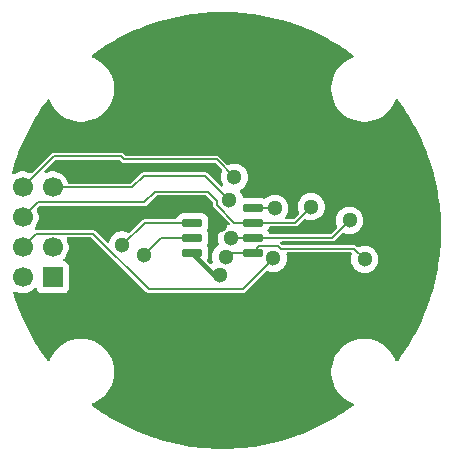
<source format=gbr>
%TF.GenerationSoftware,KiCad,Pcbnew,9.0.6+1*%
%TF.CreationDate,Date%
%TF.ProjectId,kibot-test-cicd,6b69626f-742d-4746-9573-742d63696364,0.1.0+ (Unreleased)*%
%TF.SameCoordinates,Original*%
%TF.FileFunction,Copper,L2,Bot*%
%TF.FilePolarity,Positive*%
%FSLAX46Y46*%
G04 Gerber Fmt 4.6, Leading zero omitted, Abs format (unit mm)*
G04 Created by KiCad*
%MOMM*%
%LPD*%
G01*
G04 APERTURE LIST*
G04 Aperture macros list*
%AMRoundRect*
0 Rectangle with rounded corners*
0 $1 Rounding radius*
0 $2 $3 $4 $5 $6 $7 $8 $9 X,Y pos of 4 corners*
0 Add a 4 corners polygon primitive as box body*
4,1,4,$2,$3,$4,$5,$6,$7,$8,$9,$2,$3,0*
0 Add four circle primitives for the rounded corners*
1,1,$1+$1,$2,$3*
1,1,$1+$1,$4,$5*
1,1,$1+$1,$6,$7*
1,1,$1+$1,$8,$9*
0 Add four rect primitives between the rounded corners*
20,1,$1+$1,$2,$3,$4,$5,0*
20,1,$1+$1,$4,$5,$6,$7,0*
20,1,$1+$1,$6,$7,$8,$9,0*
20,1,$1+$1,$8,$9,$2,$3,0*%
G04 Aperture macros list end*
%TA.AperFunction,ComponentPad*%
%ADD10R,1.700000X1.700000*%
%TD*%
%TA.AperFunction,ComponentPad*%
%ADD11C,1.700000*%
%TD*%
%TA.AperFunction,SMDPad,CuDef*%
%ADD12RoundRect,0.150000X-0.725000X-0.150000X0.725000X-0.150000X0.725000X0.150000X-0.725000X0.150000X0*%
%TD*%
%TA.AperFunction,ViaPad*%
%ADD13C,1.300000*%
%TD*%
%TA.AperFunction,Conductor*%
%ADD14C,0.400000*%
%TD*%
%TA.AperFunction,Conductor*%
%ADD15C,0.200000*%
%TD*%
G04 APERTURE END LIST*
D10*
%TO.P,J1,1,Pin_1*%
%TO.N,out_sel*%
X134112000Y-93980000D03*
D11*
%TO.P,J1,2,Pin_2*%
%TO.N,mode*%
X131572000Y-93980000D03*
%TO.P,J1,3,Pin_3*%
%TO.N,+3V3*%
X134112000Y-91440000D03*
%TO.P,J1,4,Pin_4*%
%TO.N,push*%
X131572000Y-91440000D03*
%TO.P,J1,5,Pin_5*%
%TO.N,GND*%
X134112000Y-88900000D03*
%TO.P,J1,6,Pin_6*%
%TO.N,SDA-A*%
X131572000Y-88900000D03*
%TO.P,J1,7,Pin_7*%
%TO.N,SCL-B*%
X134112000Y-86360000D03*
%TO.P,J1,8,Pin_8*%
%TO.N,Z-CS*%
X131572000Y-86360000D03*
%TD*%
D12*
%TO.P,U1,1,VDD*%
%TO.N,+3V3*%
X145925000Y-91905000D03*
%TO.P,U1,2,MODE*%
%TO.N,mode*%
X145925000Y-90635000D03*
%TO.P,U1,3,OUT*%
%TO.N,out_sel*%
X145925000Y-89365000D03*
%TO.P,U1,4,GND*%
%TO.N,GND*%
X145925000Y-88095000D03*
%TO.P,U1,5,PUSH*%
%TO.N,push*%
X151075000Y-88095000D03*
%TO.P,U1,6,A*%
%TO.N,SDA-A*%
X151075000Y-89365000D03*
%TO.P,U1,7,B*%
%TO.N,SCL-B*%
X151075000Y-90635000D03*
%TO.P,U1,8,Z*%
%TO.N,Z-CS*%
X151075000Y-91905000D03*
%TD*%
D13*
%TO.N,GND*%
X155750000Y-93000000D03*
X148234258Y-89515216D03*
X139500000Y-84746000D03*
X162500000Y-93750000D03*
X137000000Y-92750000D03*
X152750000Y-97750000D03*
%TO.N,+3V3*%
X148250000Y-93750000D03*
%TO.N,out_sel*%
X140000000Y-91250000D03*
%TO.N,SDA-A*%
X156000000Y-88000000D03*
%TO.N,mode*%
X141842000Y-92092000D03*
%TO.N,push*%
X152908000Y-88138000D03*
X152789891Y-92368000D03*
%TO.N,SCL-B*%
X149250000Y-90678000D03*
X159250000Y-89154000D03*
X149069532Y-87430468D03*
%TO.N,Z-CS*%
X148750000Y-92250000D03*
X160528000Y-92456000D03*
X149500000Y-85500000D03*
%TD*%
D14*
%TO.N,+3V3*%
X145925000Y-91905000D02*
X147770000Y-93750000D01*
X147770000Y-93750000D02*
X148250000Y-93750000D01*
D15*
%TO.N,out_sel*%
X145925000Y-89365000D02*
X141885000Y-89365000D01*
X141885000Y-89365000D02*
X140000000Y-91250000D01*
%TO.N,SDA-A*%
X151075000Y-89365000D02*
X154635000Y-89365000D01*
X149499229Y-89365000D02*
X147983880Y-87849651D01*
X132842000Y-87630000D02*
X131572000Y-88900000D01*
X147983880Y-87507076D02*
X147226804Y-86750000D01*
X142750000Y-86750000D02*
X141870000Y-87630000D01*
X141870000Y-87630000D02*
X132842000Y-87630000D01*
X147983880Y-87849651D02*
X147983880Y-87507076D01*
X154635000Y-89365000D02*
X156000000Y-88000000D01*
X147226804Y-86750000D02*
X142750000Y-86750000D01*
X151075000Y-89365000D02*
X149499229Y-89365000D01*
%TO.N,mode*%
X145925000Y-90635000D02*
X143299000Y-90635000D01*
X143299000Y-90635000D02*
X141842000Y-92092000D01*
%TO.N,push*%
X142244000Y-95000000D02*
X150188000Y-95000000D01*
X137533000Y-90289000D02*
X142244000Y-95000000D01*
X131572000Y-91440000D02*
X132723000Y-90289000D01*
X132723000Y-90289000D02*
X137533000Y-90289000D01*
X150188000Y-95000000D02*
X152789891Y-92398109D01*
X151075000Y-88095000D02*
X152865000Y-88095000D01*
X152789891Y-92398109D02*
X152789891Y-92368000D01*
X152865000Y-88095000D02*
X152908000Y-88138000D01*
%TO.N,SCL-B*%
X149293000Y-90635000D02*
X149250000Y-90678000D01*
X151075000Y-90635000D02*
X149293000Y-90635000D01*
X151075000Y-90635000D02*
X157769000Y-90635000D01*
X134112000Y-86360000D02*
X140842129Y-86360000D01*
X140842129Y-86360000D02*
X141834129Y-85368000D01*
X141834129Y-85368000D02*
X147007065Y-85368000D01*
X147007065Y-85368000D02*
X149069532Y-87430468D01*
X157769000Y-90635000D02*
X159250000Y-89154000D01*
%TO.N,Z-CS*%
X131572000Y-86360000D02*
X134190000Y-83742000D01*
X153205762Y-91364000D02*
X153413066Y-91571304D01*
X151616000Y-91364000D02*
X153205762Y-91364000D01*
X151075000Y-91905000D02*
X151616000Y-91364000D01*
X159643304Y-91571304D02*
X160528000Y-92456000D01*
X153413066Y-91571304D02*
X159643304Y-91571304D01*
X149095000Y-91905000D02*
X148750000Y-92250000D01*
X151075000Y-91905000D02*
X149095000Y-91905000D01*
X134190000Y-83742000D02*
X139915871Y-83742000D01*
X148000000Y-84000000D02*
X149500000Y-85500000D01*
X139915871Y-83742000D02*
X140173871Y-84000000D01*
X140173871Y-84000000D02*
X148000000Y-84000000D01*
%TD*%
%TA.AperFunction,Conductor*%
%TO.N,GND*%
G36*
X148883582Y-71503489D02*
G01*
X148886114Y-71503541D01*
X149268403Y-71515475D01*
X149270842Y-71515578D01*
X149652715Y-71535458D01*
X149655241Y-71535616D01*
X150036594Y-71563435D01*
X150039069Y-71563641D01*
X150419864Y-71599397D01*
X150422277Y-71599649D01*
X150802196Y-71643313D01*
X150804682Y-71643625D01*
X151183618Y-71695185D01*
X151186102Y-71695549D01*
X151563778Y-71754966D01*
X151566321Y-71755393D01*
X151942726Y-71822660D01*
X151945162Y-71823121D01*
X152320109Y-71898210D01*
X152322628Y-71898742D01*
X152695890Y-71981604D01*
X152698310Y-71982168D01*
X153069845Y-72072798D01*
X153072308Y-72073427D01*
X153423535Y-72166886D01*
X153441754Y-72171734D01*
X153444239Y-72172423D01*
X153571569Y-72209156D01*
X153811649Y-72278419D01*
X153813996Y-72279122D01*
X154179116Y-72392738D01*
X154181571Y-72393530D01*
X154544230Y-72514710D01*
X154546557Y-72515515D01*
X154867718Y-72630311D01*
X154906633Y-72644221D01*
X154909052Y-72645114D01*
X155266359Y-72781277D01*
X155268699Y-72782197D01*
X155623135Y-72925779D01*
X155625384Y-72926718D01*
X155976742Y-73077637D01*
X155979057Y-73078660D01*
X156327187Y-73236851D01*
X156329525Y-73237943D01*
X156674220Y-73403308D01*
X156676477Y-73404420D01*
X157017757Y-73576971D01*
X157019962Y-73578115D01*
X157357534Y-73757706D01*
X157359741Y-73758909D01*
X157693520Y-73945492D01*
X157695737Y-73946762D01*
X158025524Y-74140227D01*
X158027736Y-74141556D01*
X158353427Y-74341839D01*
X158355556Y-74343179D01*
X158677033Y-74550209D01*
X158679165Y-74551614D01*
X158996215Y-74765254D01*
X158998325Y-74766708D01*
X159310964Y-74986968D01*
X159312953Y-74988402D01*
X159463899Y-75099517D01*
X159547248Y-75160872D01*
X159589568Y-75216467D01*
X159595112Y-75286117D01*
X159562121Y-75347707D01*
X159514693Y-75377774D01*
X159426613Y-75408594D01*
X159426606Y-75408597D01*
X159143213Y-75545072D01*
X158876878Y-75712422D01*
X158630956Y-75908538D01*
X158408538Y-76130956D01*
X158212422Y-76376878D01*
X158045072Y-76643213D01*
X157908598Y-76926604D01*
X157804711Y-77223498D01*
X157804710Y-77223500D01*
X157734718Y-77530156D01*
X157734716Y-77530172D01*
X157699500Y-77842722D01*
X157699500Y-78157277D01*
X157734716Y-78469827D01*
X157734718Y-78469843D01*
X157804710Y-78776499D01*
X157804711Y-78776501D01*
X157908598Y-79073395D01*
X158045072Y-79356786D01*
X158045074Y-79356789D01*
X158212423Y-79623123D01*
X158408539Y-79869044D01*
X158630956Y-80091461D01*
X158876877Y-80287577D01*
X159143211Y-80454926D01*
X159426606Y-80591402D01*
X159723500Y-80695289D01*
X160030160Y-80765282D01*
X160342723Y-80800499D01*
X160342724Y-80800500D01*
X160342727Y-80800500D01*
X160657276Y-80800500D01*
X160657276Y-80800499D01*
X160969840Y-80765282D01*
X161276500Y-80695289D01*
X161573394Y-80591402D01*
X161856789Y-80454926D01*
X162123123Y-80287577D01*
X162369044Y-80091461D01*
X162591461Y-79869044D01*
X162787577Y-79623123D01*
X162954926Y-79356789D01*
X163091402Y-79073394D01*
X163122208Y-78985354D01*
X163128137Y-78977087D01*
X163130277Y-78967140D01*
X163148155Y-78949177D01*
X163162928Y-78928580D01*
X163172387Y-78924829D01*
X163179565Y-78917619D01*
X163204317Y-78912172D01*
X163227881Y-78902832D01*
X163237865Y-78904791D01*
X163247803Y-78902605D01*
X163271573Y-78911407D01*
X163296442Y-78916288D01*
X163305526Y-78923980D01*
X163313325Y-78926868D01*
X163338340Y-78951765D01*
X163398294Y-79031461D01*
X163399810Y-79033521D01*
X163623288Y-79343818D01*
X163624665Y-79345772D01*
X163841686Y-79660721D01*
X163843086Y-79662799D01*
X164053432Y-79982077D01*
X164054829Y-79984246D01*
X164258494Y-80307843D01*
X164259845Y-80310041D01*
X164456708Y-80637763D01*
X164457991Y-80639949D01*
X164648053Y-80971797D01*
X164649276Y-80973986D01*
X164832333Y-81309609D01*
X164833545Y-81311886D01*
X165009601Y-81651284D01*
X165010765Y-81653586D01*
X165179722Y-81996569D01*
X165180838Y-81998895D01*
X165342634Y-82345347D01*
X165343673Y-82347634D01*
X165498208Y-82697334D01*
X165499226Y-82699704D01*
X165646453Y-83052541D01*
X165647422Y-83054933D01*
X165787265Y-83410730D01*
X165788184Y-83413140D01*
X165920624Y-83771846D01*
X165921492Y-83774276D01*
X166046419Y-84135598D01*
X166047237Y-84138045D01*
X166164615Y-84501873D01*
X166165381Y-84504336D01*
X166275175Y-84870560D01*
X166275890Y-84873038D01*
X166378045Y-85241481D01*
X166378708Y-85243974D01*
X166473161Y-85614403D01*
X166473773Y-85616909D01*
X166560514Y-85989282D01*
X166561073Y-85991801D01*
X166640040Y-86365862D01*
X166640547Y-86368392D01*
X166711727Y-86744080D01*
X166712180Y-86746619D01*
X166775515Y-87123621D01*
X166775916Y-87126170D01*
X166831398Y-87504433D01*
X166831746Y-87506989D01*
X166879346Y-87886325D01*
X166879641Y-87888888D01*
X166919344Y-88269168D01*
X166919585Y-88271736D01*
X166951364Y-88652716D01*
X166951552Y-88655290D01*
X166975400Y-89036882D01*
X166975534Y-89039458D01*
X166991439Y-89421466D01*
X166991519Y-89424044D01*
X166999472Y-89806252D01*
X166999499Y-89808832D01*
X166999499Y-90191167D01*
X166999472Y-90193747D01*
X166991519Y-90575955D01*
X166991439Y-90578533D01*
X166975534Y-90960541D01*
X166975400Y-90963117D01*
X166951552Y-91344709D01*
X166951364Y-91347283D01*
X166919585Y-91728263D01*
X166919344Y-91730831D01*
X166879641Y-92111111D01*
X166879346Y-92113674D01*
X166831746Y-92493010D01*
X166831398Y-92495566D01*
X166775916Y-92873829D01*
X166775515Y-92876378D01*
X166712180Y-93253380D01*
X166711727Y-93255919D01*
X166640547Y-93631607D01*
X166640040Y-93634137D01*
X166561073Y-94008198D01*
X166560514Y-94010717D01*
X166473773Y-94383090D01*
X166473161Y-94385596D01*
X166378708Y-94756025D01*
X166378045Y-94758518D01*
X166275890Y-95126961D01*
X166275175Y-95129439D01*
X166165381Y-95495663D01*
X166164615Y-95498126D01*
X166047237Y-95861954D01*
X166046419Y-95864401D01*
X165921492Y-96225723D01*
X165920624Y-96228153D01*
X165788184Y-96586859D01*
X165787265Y-96589269D01*
X165647422Y-96945066D01*
X165646453Y-96947458D01*
X165499226Y-97300295D01*
X165498208Y-97302665D01*
X165343673Y-97652365D01*
X165342606Y-97654714D01*
X165180838Y-98001104D01*
X165179722Y-98003430D01*
X165010765Y-98346413D01*
X165009601Y-98348715D01*
X164833545Y-98688113D01*
X164832333Y-98690390D01*
X164649276Y-99026013D01*
X164648030Y-99028242D01*
X164529775Y-99234716D01*
X164458013Y-99360012D01*
X164456708Y-99362236D01*
X164259845Y-99689958D01*
X164258494Y-99692156D01*
X164054829Y-100015753D01*
X164053432Y-100017922D01*
X163843086Y-100337200D01*
X163841656Y-100339322D01*
X163624696Y-100654182D01*
X163623239Y-100656251D01*
X163399823Y-100966461D01*
X163398294Y-100968538D01*
X163338340Y-101048234D01*
X163282308Y-101089973D01*
X163212605Y-101094793D01*
X163151361Y-101061163D01*
X163122207Y-101014643D01*
X163091402Y-100926606D01*
X162954926Y-100643211D01*
X162787577Y-100376877D01*
X162591461Y-100130956D01*
X162369044Y-99908539D01*
X162123123Y-99712423D01*
X161856789Y-99545074D01*
X161856786Y-99545072D01*
X161573395Y-99408598D01*
X161276501Y-99304711D01*
X161276499Y-99304710D01*
X160969843Y-99234718D01*
X160969827Y-99234716D01*
X160657277Y-99199500D01*
X160657273Y-99199500D01*
X160342727Y-99199500D01*
X160342722Y-99199500D01*
X160030172Y-99234716D01*
X160030156Y-99234718D01*
X159723500Y-99304710D01*
X159723498Y-99304711D01*
X159426604Y-99408598D01*
X159143213Y-99545072D01*
X158876878Y-99712422D01*
X158630956Y-99908538D01*
X158408538Y-100130956D01*
X158212422Y-100376878D01*
X158045072Y-100643213D01*
X157908598Y-100926604D01*
X157804711Y-101223498D01*
X157804710Y-101223500D01*
X157734718Y-101530156D01*
X157734716Y-101530172D01*
X157699500Y-101842722D01*
X157699500Y-102157277D01*
X157734716Y-102469827D01*
X157734718Y-102469843D01*
X157804710Y-102776499D01*
X157804711Y-102776501D01*
X157908598Y-103073395D01*
X158045072Y-103356786D01*
X158045074Y-103356789D01*
X158212423Y-103623123D01*
X158408539Y-103869044D01*
X158630956Y-104091461D01*
X158876877Y-104287577D01*
X159143211Y-104454926D01*
X159426606Y-104591402D01*
X159514693Y-104622224D01*
X159571468Y-104662945D01*
X159597216Y-104727898D01*
X159583760Y-104796460D01*
X159547248Y-104839127D01*
X159313006Y-105011559D01*
X159310913Y-105013067D01*
X158998340Y-105233281D01*
X158996215Y-105234745D01*
X158679165Y-105448385D01*
X158677011Y-105449804D01*
X158355583Y-105656803D01*
X158353400Y-105658177D01*
X158027736Y-105858443D01*
X158025524Y-105859772D01*
X157695737Y-106053237D01*
X157693499Y-106054519D01*
X157359799Y-106241058D01*
X157357534Y-106242293D01*
X157020004Y-106421862D01*
X157017714Y-106423050D01*
X156676505Y-106595565D01*
X156674190Y-106596705D01*
X156329524Y-106762056D01*
X156327187Y-106763148D01*
X155979057Y-106921339D01*
X155976698Y-106922381D01*
X155625468Y-107073246D01*
X155623086Y-107074240D01*
X155268730Y-107217790D01*
X155266329Y-107218734D01*
X154909052Y-107354885D01*
X154906633Y-107355778D01*
X154546612Y-107484465D01*
X154544173Y-107485308D01*
X154181571Y-107606469D01*
X154179116Y-107607261D01*
X153814071Y-107720854D01*
X153811599Y-107721595D01*
X153444239Y-107827576D01*
X153441754Y-107828265D01*
X153072327Y-107926567D01*
X153069827Y-107927205D01*
X152698356Y-108017820D01*
X152695843Y-108018405D01*
X152322633Y-108101256D01*
X152320109Y-108101789D01*
X151945211Y-108176868D01*
X151942676Y-108177348D01*
X151566321Y-108244606D01*
X151563778Y-108245033D01*
X151186137Y-108304444D01*
X151183584Y-108304819D01*
X150804719Y-108356369D01*
X150802159Y-108356690D01*
X150422354Y-108400342D01*
X150419788Y-108400610D01*
X150039116Y-108436354D01*
X150036545Y-108436568D01*
X149655265Y-108464381D01*
X149652691Y-108464542D01*
X149270913Y-108484418D01*
X149268335Y-108484526D01*
X148886137Y-108496457D01*
X148883558Y-108496510D01*
X148501290Y-108500487D01*
X148498710Y-108500487D01*
X148116441Y-108496510D01*
X148113862Y-108496457D01*
X147731664Y-108484526D01*
X147729086Y-108484418D01*
X147347308Y-108464542D01*
X147344734Y-108464381D01*
X146963454Y-108436568D01*
X146960883Y-108436354D01*
X146580211Y-108400610D01*
X146577645Y-108400342D01*
X146197840Y-108356690D01*
X146195280Y-108356369D01*
X145816415Y-108304819D01*
X145813862Y-108304444D01*
X145436221Y-108245033D01*
X145433678Y-108244606D01*
X145057323Y-108177348D01*
X145054788Y-108176868D01*
X144679890Y-108101789D01*
X144677366Y-108101256D01*
X144304156Y-108018405D01*
X144301643Y-108017820D01*
X143930172Y-107927205D01*
X143927672Y-107926567D01*
X143558245Y-107828265D01*
X143555760Y-107827576D01*
X143188400Y-107721595D01*
X143185942Y-107720858D01*
X143114083Y-107698497D01*
X142820883Y-107607261D01*
X142818428Y-107606469D01*
X142455826Y-107485308D01*
X142453387Y-107484465D01*
X142093366Y-107355778D01*
X142090947Y-107354885D01*
X141733670Y-107218734D01*
X141731269Y-107217790D01*
X141376913Y-107074240D01*
X141374567Y-107073261D01*
X141023301Y-106922381D01*
X141020942Y-106921339D01*
X140672812Y-106763148D01*
X140670475Y-106762056D01*
X140325809Y-106596705D01*
X140323494Y-106595565D01*
X139982285Y-106423050D01*
X139979995Y-106421862D01*
X139642465Y-106242293D01*
X139640225Y-106241071D01*
X139306500Y-106054519D01*
X139304262Y-106053237D01*
X138974475Y-105859772D01*
X138972263Y-105858443D01*
X138646599Y-105658177D01*
X138644416Y-105656803D01*
X138322988Y-105449804D01*
X138320834Y-105448385D01*
X138003784Y-105234745D01*
X138001659Y-105233281D01*
X137964897Y-105207381D01*
X137689053Y-105013043D01*
X137687028Y-105011584D01*
X137452749Y-104839126D01*
X137410430Y-104783532D01*
X137404886Y-104713883D01*
X137437877Y-104652292D01*
X137485304Y-104622225D01*
X137548582Y-104600083D01*
X137573392Y-104591403D01*
X137573392Y-104591402D01*
X137573394Y-104591402D01*
X137856789Y-104454926D01*
X138123123Y-104287577D01*
X138369044Y-104091461D01*
X138591461Y-103869044D01*
X138787577Y-103623123D01*
X138954926Y-103356789D01*
X139091402Y-103073394D01*
X139195289Y-102776500D01*
X139265282Y-102469840D01*
X139300500Y-102157273D01*
X139300500Y-101842727D01*
X139265282Y-101530160D01*
X139195289Y-101223500D01*
X139091402Y-100926606D01*
X138954926Y-100643211D01*
X138787577Y-100376877D01*
X138591461Y-100130956D01*
X138369044Y-99908539D01*
X138123123Y-99712423D01*
X137856789Y-99545074D01*
X137856786Y-99545072D01*
X137573395Y-99408598D01*
X137276501Y-99304711D01*
X137276499Y-99304710D01*
X136969843Y-99234718D01*
X136969827Y-99234716D01*
X136657277Y-99199500D01*
X136657273Y-99199500D01*
X136342727Y-99199500D01*
X136342722Y-99199500D01*
X136030172Y-99234716D01*
X136030156Y-99234718D01*
X135723500Y-99304710D01*
X135723498Y-99304711D01*
X135426604Y-99408598D01*
X135143213Y-99545072D01*
X134876878Y-99712422D01*
X134630956Y-99908538D01*
X134408538Y-100130956D01*
X134212422Y-100376878D01*
X134045072Y-100643213D01*
X133908597Y-100926606D01*
X133908594Y-100926613D01*
X133877791Y-101014644D01*
X133871861Y-101022911D01*
X133869722Y-101032859D01*
X133851840Y-101050824D01*
X133837069Y-101071420D01*
X133827610Y-101075169D01*
X133820434Y-101082380D01*
X133795680Y-101087826D01*
X133772117Y-101097167D01*
X133762133Y-101095207D01*
X133752196Y-101097394D01*
X133728427Y-101088592D01*
X133703555Y-101083711D01*
X133694469Y-101076017D01*
X133686674Y-101073131D01*
X133661659Y-101048234D01*
X133601705Y-100968538D01*
X133600200Y-100966494D01*
X133376697Y-100656161D01*
X133375347Y-100654246D01*
X133158298Y-100339257D01*
X133156913Y-100337200D01*
X132946567Y-100017922D01*
X132945170Y-100015753D01*
X132877691Y-99908538D01*
X132741471Y-99692101D01*
X132740189Y-99690015D01*
X132543275Y-99362209D01*
X132542025Y-99360079D01*
X132351928Y-99028170D01*
X132350754Y-99026069D01*
X132167666Y-98690390D01*
X132166454Y-98688113D01*
X131990398Y-98348715D01*
X131989234Y-98346413D01*
X131820277Y-98003430D01*
X131819180Y-98001145D01*
X131657345Y-97654609D01*
X131656358Y-97652435D01*
X131501775Y-97302628D01*
X131500773Y-97300295D01*
X131353527Y-96947413D01*
X131352595Y-96945112D01*
X131212718Y-96589228D01*
X131211815Y-96586859D01*
X131079359Y-96228109D01*
X131078523Y-96225770D01*
X130953571Y-95864376D01*
X130952790Y-95862038D01*
X130835373Y-95498090D01*
X130834618Y-95495664D01*
X130834618Y-95495663D01*
X130784943Y-95329972D01*
X130784547Y-95260106D01*
X130821988Y-95201114D01*
X130885378Y-95171729D01*
X130954591Y-95181280D01*
X130960016Y-95183880D01*
X130967207Y-95187544D01*
X131053588Y-95231557D01*
X131255757Y-95297246D01*
X131465713Y-95330500D01*
X131465714Y-95330500D01*
X131678286Y-95330500D01*
X131678287Y-95330500D01*
X131888243Y-95297246D01*
X132090412Y-95231557D01*
X132279816Y-95135051D01*
X132451792Y-95010104D01*
X132565329Y-94896566D01*
X132626648Y-94863084D01*
X132696340Y-94868068D01*
X132752274Y-94909939D01*
X132769189Y-94940917D01*
X132818202Y-95072328D01*
X132818206Y-95072335D01*
X132904452Y-95187544D01*
X132904455Y-95187547D01*
X133019664Y-95273793D01*
X133019671Y-95273797D01*
X133154517Y-95324091D01*
X133154516Y-95324091D01*
X133161444Y-95324835D01*
X133214127Y-95330500D01*
X135009872Y-95330499D01*
X135069483Y-95324091D01*
X135204331Y-95273796D01*
X135319546Y-95187546D01*
X135405796Y-95072331D01*
X135456091Y-94937483D01*
X135462500Y-94877873D01*
X135462499Y-93082128D01*
X135456091Y-93022517D01*
X135454810Y-93019083D01*
X135405797Y-92887671D01*
X135405793Y-92887664D01*
X135319547Y-92772455D01*
X135319544Y-92772452D01*
X135204335Y-92686206D01*
X135204328Y-92686202D01*
X135072917Y-92637189D01*
X135016983Y-92595318D01*
X134992566Y-92529853D01*
X135007418Y-92461580D01*
X135028563Y-92433332D01*
X135142104Y-92319792D01*
X135145297Y-92315398D01*
X135225408Y-92205133D01*
X135267051Y-92147816D01*
X135363557Y-91958412D01*
X135429246Y-91756243D01*
X135462500Y-91546287D01*
X135462500Y-91333713D01*
X135429246Y-91123757D01*
X135363557Y-90921588D01*
X135286215Y-90769795D01*
X135273319Y-90701125D01*
X135299595Y-90636385D01*
X135356702Y-90596128D01*
X135396700Y-90589500D01*
X137357167Y-90589500D01*
X137424206Y-90609185D01*
X137444848Y-90625819D01*
X142003540Y-95184511D01*
X142059489Y-95240460D01*
X142059491Y-95240461D01*
X142059495Y-95240464D01*
X142128004Y-95280017D01*
X142128011Y-95280021D01*
X142204438Y-95300500D01*
X142204440Y-95300500D01*
X150227560Y-95300500D01*
X150227562Y-95300500D01*
X150303989Y-95280021D01*
X150372511Y-95240460D01*
X150428460Y-95184511D01*
X152172267Y-93440702D01*
X152233588Y-93407219D01*
X152303279Y-93412203D01*
X152316236Y-93417898D01*
X152348252Y-93434211D01*
X152348254Y-93434212D01*
X152432511Y-93461588D01*
X152520482Y-93490171D01*
X152603320Y-93503291D01*
X152699340Y-93518500D01*
X152699345Y-93518500D01*
X152880442Y-93518500D01*
X152967150Y-93504765D01*
X153059300Y-93490171D01*
X153231530Y-93434211D01*
X153392885Y-93351996D01*
X153539392Y-93245553D01*
X153667444Y-93117501D01*
X153773887Y-92970994D01*
X153856102Y-92809639D01*
X153912062Y-92637409D01*
X153927175Y-92541990D01*
X153940391Y-92458551D01*
X153940391Y-92277448D01*
X153912062Y-92098590D01*
X153891115Y-92034122D01*
X153889120Y-91964281D01*
X153925200Y-91904448D01*
X153987901Y-91873620D01*
X154009046Y-91871804D01*
X159337437Y-91871804D01*
X159404476Y-91891489D01*
X159450231Y-91944293D01*
X159460175Y-92013451D01*
X159455368Y-92034122D01*
X159405829Y-92186589D01*
X159377500Y-92365448D01*
X159377500Y-92546551D01*
X159405829Y-92725410D01*
X159461787Y-92897636D01*
X159461788Y-92897639D01*
X159499165Y-92970994D01*
X159525417Y-93022516D01*
X159544006Y-93058997D01*
X159650441Y-93205494D01*
X159650445Y-93205499D01*
X159778500Y-93333554D01*
X159778505Y-93333558D01*
X159838299Y-93377000D01*
X159925006Y-93439996D01*
X160023479Y-93490171D01*
X160086360Y-93522211D01*
X160086363Y-93522212D01*
X160172476Y-93550191D01*
X160258591Y-93578171D01*
X160341429Y-93591291D01*
X160437449Y-93606500D01*
X160437454Y-93606500D01*
X160618551Y-93606500D01*
X160705259Y-93592765D01*
X160797409Y-93578171D01*
X160969639Y-93522211D01*
X161130994Y-93439996D01*
X161277501Y-93333553D01*
X161405553Y-93205501D01*
X161511996Y-93058994D01*
X161594211Y-92897639D01*
X161650171Y-92725409D01*
X161667456Y-92616274D01*
X161678500Y-92546551D01*
X161678500Y-92365448D01*
X161657679Y-92233996D01*
X161650171Y-92186591D01*
X161600632Y-92034122D01*
X161594212Y-92014363D01*
X161594211Y-92014360D01*
X161538207Y-91904448D01*
X161511996Y-91853006D01*
X161441691Y-91756239D01*
X161405558Y-91706505D01*
X161405554Y-91706500D01*
X161277499Y-91578445D01*
X161277494Y-91578441D01*
X161130997Y-91472006D01*
X161130996Y-91472005D01*
X161130994Y-91472004D01*
X161046903Y-91429157D01*
X160969639Y-91389788D01*
X160969636Y-91389787D01*
X160797410Y-91333829D01*
X160618551Y-91305500D01*
X160618546Y-91305500D01*
X160437454Y-91305500D01*
X160437449Y-91305500D01*
X160258589Y-91333829D01*
X160086364Y-91389787D01*
X160034403Y-91416262D01*
X160013457Y-91420195D01*
X159993944Y-91428761D01*
X159979804Y-91426514D01*
X159965733Y-91429157D01*
X159945985Y-91421141D01*
X159924940Y-91417798D01*
X159907576Y-91405551D01*
X159900993Y-91402879D01*
X159895533Y-91398280D01*
X159892905Y-91395934D01*
X159827815Y-91330844D01*
X159816719Y-91324438D01*
X159759293Y-91291283D01*
X159682866Y-91270804D01*
X159682864Y-91270804D01*
X153588899Y-91270804D01*
X153559459Y-91262159D01*
X153529472Y-91255636D01*
X153524456Y-91251881D01*
X153521860Y-91251119D01*
X153501222Y-91234489D01*
X153413914Y-91147181D01*
X153380430Y-91085857D01*
X153385414Y-91016166D01*
X153427286Y-90960232D01*
X153492751Y-90935816D01*
X153501596Y-90935500D01*
X157808560Y-90935500D01*
X157808562Y-90935500D01*
X157884989Y-90915021D01*
X157953511Y-90875460D01*
X158009460Y-90819511D01*
X158612430Y-90216539D01*
X158673751Y-90183056D01*
X158743442Y-90188040D01*
X158756405Y-90193738D01*
X158808356Y-90220209D01*
X158808363Y-90220212D01*
X158873720Y-90241447D01*
X158980591Y-90276171D01*
X159063429Y-90289291D01*
X159159449Y-90304500D01*
X159159454Y-90304500D01*
X159340551Y-90304500D01*
X159427259Y-90290765D01*
X159519409Y-90276171D01*
X159691639Y-90220211D01*
X159852994Y-90137996D01*
X159999501Y-90031553D01*
X160127553Y-89903501D01*
X160233996Y-89756994D01*
X160316211Y-89595639D01*
X160372171Y-89423409D01*
X160386765Y-89331259D01*
X160400500Y-89244551D01*
X160400500Y-89063448D01*
X160378231Y-88922853D01*
X160372171Y-88884591D01*
X160336022Y-88773334D01*
X160316212Y-88712363D01*
X160316211Y-88712360D01*
X160265714Y-88613256D01*
X160233996Y-88551006D01*
X160194527Y-88496681D01*
X160127558Y-88404505D01*
X160127554Y-88404500D01*
X159999499Y-88276445D01*
X159999494Y-88276441D01*
X159852997Y-88170006D01*
X159852996Y-88170005D01*
X159852994Y-88170004D01*
X159798000Y-88141983D01*
X159691639Y-88087788D01*
X159691636Y-88087787D01*
X159519410Y-88031829D01*
X159340551Y-88003500D01*
X159340546Y-88003500D01*
X159159454Y-88003500D01*
X159159449Y-88003500D01*
X158980589Y-88031829D01*
X158808363Y-88087787D01*
X158808360Y-88087788D01*
X158647002Y-88170006D01*
X158500505Y-88276441D01*
X158500500Y-88276445D01*
X158372445Y-88404500D01*
X158372441Y-88404505D01*
X158266006Y-88551002D01*
X158183788Y-88712360D01*
X158183787Y-88712363D01*
X158127829Y-88884589D01*
X158099500Y-89063448D01*
X158099500Y-89244551D01*
X158127829Y-89423410D01*
X158183787Y-89595636D01*
X158183791Y-89595644D01*
X158210261Y-89647595D01*
X158223157Y-89716264D01*
X158196880Y-89781004D01*
X158187457Y-89791570D01*
X157680848Y-90298181D01*
X157619525Y-90331666D01*
X157593167Y-90334500D01*
X152526774Y-90334500D01*
X152459735Y-90314815D01*
X152418274Y-90270531D01*
X152411564Y-90258404D01*
X152401744Y-90224602D01*
X152318081Y-90083135D01*
X152310268Y-90075322D01*
X152301808Y-90060031D01*
X152297855Y-90042334D01*
X152289155Y-90026421D01*
X152290396Y-90008940D01*
X152286577Y-89991842D01*
X152292819Y-89974816D01*
X152294104Y-89956726D01*
X152306556Y-89937349D01*
X152310629Y-89926243D01*
X152314074Y-89923633D01*
X152313298Y-89923031D01*
X152318075Y-89916870D01*
X152318081Y-89916865D01*
X152401744Y-89775398D01*
X152407697Y-89754906D01*
X152445303Y-89696020D01*
X152508775Y-89666813D01*
X152526774Y-89665500D01*
X154674560Y-89665500D01*
X154674562Y-89665500D01*
X154750989Y-89645021D01*
X154819511Y-89605460D01*
X154875460Y-89549511D01*
X155362430Y-89062539D01*
X155423751Y-89029056D01*
X155493442Y-89034040D01*
X155506405Y-89039738D01*
X155558356Y-89066209D01*
X155558363Y-89066212D01*
X155644476Y-89094191D01*
X155730591Y-89122171D01*
X155813429Y-89135291D01*
X155909449Y-89150500D01*
X155909454Y-89150500D01*
X156090551Y-89150500D01*
X156177259Y-89136765D01*
X156269409Y-89122171D01*
X156441639Y-89066211D01*
X156602994Y-88983996D01*
X156749501Y-88877553D01*
X156877553Y-88749501D01*
X156983996Y-88602994D01*
X157066211Y-88441639D01*
X157122171Y-88269409D01*
X157138528Y-88166136D01*
X157150500Y-88090551D01*
X157150500Y-87909448D01*
X157132351Y-87794867D01*
X157122171Y-87730591D01*
X157094191Y-87644476D01*
X157066212Y-87558363D01*
X157066211Y-87558360D01*
X157037740Y-87502484D01*
X156983996Y-87397006D01*
X156944945Y-87343256D01*
X156877558Y-87250505D01*
X156877554Y-87250500D01*
X156749499Y-87122445D01*
X156749494Y-87122441D01*
X156602997Y-87016006D01*
X156602996Y-87016005D01*
X156602994Y-87016004D01*
X156547052Y-86987500D01*
X156441639Y-86933788D01*
X156441636Y-86933787D01*
X156269410Y-86877829D01*
X156090551Y-86849500D01*
X156090546Y-86849500D01*
X155909454Y-86849500D01*
X155909449Y-86849500D01*
X155730589Y-86877829D01*
X155558363Y-86933787D01*
X155558360Y-86933788D01*
X155397002Y-87016006D01*
X155250505Y-87122441D01*
X155250500Y-87122445D01*
X155122445Y-87250500D01*
X155122441Y-87250505D01*
X155016006Y-87397002D01*
X154933788Y-87558360D01*
X154933787Y-87558363D01*
X154877829Y-87730589D01*
X154849500Y-87909448D01*
X154849500Y-88090551D01*
X154877829Y-88269410D01*
X154933787Y-88441636D01*
X154933791Y-88441644D01*
X154960261Y-88493595D01*
X154973157Y-88562264D01*
X154946880Y-88627004D01*
X154937457Y-88637570D01*
X154546848Y-89028181D01*
X154485525Y-89061666D01*
X154459167Y-89064500D01*
X153900320Y-89064500D01*
X153833281Y-89044815D01*
X153787526Y-88992011D01*
X153777582Y-88922853D01*
X153800002Y-88867615D01*
X153858978Y-88786439D01*
X153891996Y-88740994D01*
X153974211Y-88579639D01*
X154030171Y-88407409D01*
X154044765Y-88315259D01*
X154058500Y-88228551D01*
X154058500Y-88047448D01*
X154036733Y-87910021D01*
X154030171Y-87868591D01*
X153974211Y-87696361D01*
X153974211Y-87696360D01*
X153931001Y-87611557D01*
X153891996Y-87535006D01*
X153786723Y-87390109D01*
X153785558Y-87388505D01*
X153785554Y-87388500D01*
X153657499Y-87260445D01*
X153657494Y-87260441D01*
X153510997Y-87154006D01*
X153510996Y-87154005D01*
X153510994Y-87154004D01*
X153456367Y-87126170D01*
X153349639Y-87071788D01*
X153349636Y-87071787D01*
X153177410Y-87015829D01*
X152998551Y-86987500D01*
X152998546Y-86987500D01*
X152817454Y-86987500D01*
X152817449Y-86987500D01*
X152638589Y-87015829D01*
X152466363Y-87071787D01*
X152466360Y-87071788D01*
X152305002Y-87154006D01*
X152158502Y-87260443D01*
X152158501Y-87260444D01*
X152124098Y-87294846D01*
X152062774Y-87328329D01*
X152001824Y-87326238D01*
X151902573Y-87297402D01*
X151902567Y-87297401D01*
X151865701Y-87294500D01*
X151865694Y-87294500D01*
X150318744Y-87294500D01*
X150251705Y-87274815D01*
X150205950Y-87222011D01*
X150196271Y-87189899D01*
X150195191Y-87183084D01*
X150191703Y-87161059D01*
X150135743Y-86988829D01*
X150135743Y-86988828D01*
X150079185Y-86877829D01*
X150053528Y-86827474D01*
X149994784Y-86746619D01*
X149970102Y-86712646D01*
X149946622Y-86646840D01*
X149962448Y-86578786D01*
X150012554Y-86530091D01*
X150014036Y-86529322D01*
X150102994Y-86483996D01*
X150249501Y-86377553D01*
X150377553Y-86249501D01*
X150483996Y-86102994D01*
X150566211Y-85941639D01*
X150622171Y-85769409D01*
X150636765Y-85677259D01*
X150650500Y-85590551D01*
X150650500Y-85409448D01*
X150634019Y-85305397D01*
X150622171Y-85230591D01*
X150587658Y-85124369D01*
X150566212Y-85058363D01*
X150566211Y-85058360D01*
X150533134Y-84993444D01*
X150483996Y-84897006D01*
X150464782Y-84870560D01*
X150377558Y-84750505D01*
X150377554Y-84750500D01*
X150249499Y-84622445D01*
X150249494Y-84622441D01*
X150102997Y-84516006D01*
X150102996Y-84516005D01*
X150102994Y-84516004D01*
X150018905Y-84473158D01*
X149941639Y-84433788D01*
X149941636Y-84433787D01*
X149769410Y-84377829D01*
X149590551Y-84349500D01*
X149590546Y-84349500D01*
X149409454Y-84349500D01*
X149409449Y-84349500D01*
X149230589Y-84377829D01*
X149058361Y-84433788D01*
X149006404Y-84460262D01*
X148937735Y-84473158D01*
X148872995Y-84446881D01*
X148862429Y-84437458D01*
X148184512Y-83759541D01*
X148184504Y-83759535D01*
X148115995Y-83719982D01*
X148115990Y-83719979D01*
X148090513Y-83713152D01*
X148039562Y-83699500D01*
X148039560Y-83699500D01*
X140349704Y-83699500D01*
X140282665Y-83679815D01*
X140262023Y-83663181D01*
X140100383Y-83501541D01*
X140100378Y-83501537D01*
X140078906Y-83489140D01*
X140078904Y-83489140D01*
X140052603Y-83473955D01*
X140031861Y-83461979D01*
X140006384Y-83455152D01*
X139955433Y-83441500D01*
X134150438Y-83441500D01*
X134083039Y-83459559D01*
X134074007Y-83461980D01*
X134026966Y-83489140D01*
X134005492Y-83501537D01*
X134005487Y-83501541D01*
X132358268Y-85148759D01*
X132296945Y-85182244D01*
X132227253Y-85177260D01*
X132214292Y-85171563D01*
X132210386Y-85169573D01*
X132090412Y-85108443D01*
X131888243Y-85042754D01*
X131888241Y-85042753D01*
X131888240Y-85042753D01*
X131726957Y-85017208D01*
X131678287Y-85009500D01*
X131465713Y-85009500D01*
X131417042Y-85017208D01*
X131255760Y-85042753D01*
X131053585Y-85108444D01*
X130864178Y-85204951D01*
X130860760Y-85207435D01*
X130833516Y-85217151D01*
X130807390Y-85229564D01*
X130801009Y-85228744D01*
X130794950Y-85230906D01*
X130766778Y-85224350D01*
X130738089Y-85220668D01*
X130733163Y-85216528D01*
X130726898Y-85215071D01*
X130706740Y-85194323D01*
X130684599Y-85175717D01*
X130682693Y-85169573D01*
X130678210Y-85164959D01*
X130672468Y-85136605D01*
X130663902Y-85108983D01*
X130665055Y-85099994D01*
X130664344Y-85096479D01*
X130668393Y-85073987D01*
X130724128Y-84872971D01*
X130724804Y-84870626D01*
X130834619Y-84504331D01*
X130835364Y-84501935D01*
X130952799Y-84137933D01*
X130953561Y-84135652D01*
X131078534Y-83774198D01*
X131079348Y-83771920D01*
X131211841Y-83413069D01*
X131212705Y-83410804D01*
X131352609Y-83054853D01*
X131353513Y-83052620D01*
X131500803Y-82699633D01*
X131501759Y-82697406D01*
X131656374Y-82347527D01*
X131657328Y-82345426D01*
X131819198Y-81998817D01*
X131820256Y-81996611D01*
X131989234Y-81653584D01*
X131990398Y-81651284D01*
X132166473Y-81311848D01*
X132167645Y-81309648D01*
X132350777Y-80973888D01*
X132351905Y-80971869D01*
X132542049Y-80639878D01*
X132543250Y-80637832D01*
X132740216Y-80309940D01*
X132741445Y-80307940D01*
X132945191Y-79984212D01*
X132946545Y-79982110D01*
X133156955Y-79662735D01*
X133158268Y-79660786D01*
X133375378Y-79345708D01*
X133376664Y-79343883D01*
X133600234Y-79033458D01*
X133601667Y-79031511D01*
X133661661Y-78951762D01*
X133717690Y-78910025D01*
X133787394Y-78905205D01*
X133848638Y-78938835D01*
X133877792Y-78985355D01*
X133908598Y-79073395D01*
X134045072Y-79356786D01*
X134045074Y-79356789D01*
X134212423Y-79623123D01*
X134408539Y-79869044D01*
X134630956Y-80091461D01*
X134876877Y-80287577D01*
X135143211Y-80454926D01*
X135426606Y-80591402D01*
X135723500Y-80695289D01*
X136030160Y-80765282D01*
X136342723Y-80800499D01*
X136342724Y-80800500D01*
X136342727Y-80800500D01*
X136657276Y-80800500D01*
X136657276Y-80800499D01*
X136969840Y-80765282D01*
X137276500Y-80695289D01*
X137573394Y-80591402D01*
X137856789Y-80454926D01*
X138123123Y-80287577D01*
X138369044Y-80091461D01*
X138591461Y-79869044D01*
X138787577Y-79623123D01*
X138954926Y-79356789D01*
X139091402Y-79073394D01*
X139195289Y-78776500D01*
X139265282Y-78469840D01*
X139300500Y-78157273D01*
X139300500Y-77842727D01*
X139265282Y-77530160D01*
X139195289Y-77223500D01*
X139091402Y-76926606D01*
X138954926Y-76643211D01*
X138787577Y-76376877D01*
X138591461Y-76130956D01*
X138369044Y-75908539D01*
X138123123Y-75712423D01*
X137856789Y-75545074D01*
X137856786Y-75545072D01*
X137573395Y-75408598D01*
X137485307Y-75377775D01*
X137428530Y-75337053D01*
X137402783Y-75272100D01*
X137416239Y-75203539D01*
X137452751Y-75160872D01*
X137687092Y-74988368D01*
X137688990Y-74987000D01*
X138001718Y-74766676D01*
X138003722Y-74765296D01*
X138320899Y-74551570D01*
X138322922Y-74550238D01*
X138644486Y-74343151D01*
X138646528Y-74341866D01*
X138972288Y-74141540D01*
X138974450Y-74140241D01*
X139304283Y-73946749D01*
X139306438Y-73945515D01*
X139640298Y-73758887D01*
X139642407Y-73757737D01*
X139980077Y-73578094D01*
X139982203Y-73576991D01*
X140323559Y-73404401D01*
X140325741Y-73403327D01*
X140670511Y-73237925D01*
X140672777Y-73236866D01*
X141020986Y-73078640D01*
X141023221Y-73077653D01*
X141374649Y-72926703D01*
X141376830Y-72925793D01*
X141731333Y-72782183D01*
X141733607Y-72781289D01*
X142090971Y-72645104D01*
X142093342Y-72644229D01*
X142453471Y-72515504D01*
X142455739Y-72514720D01*
X142818456Y-72393520D01*
X142820854Y-72392747D01*
X143186030Y-72279114D01*
X143188323Y-72278426D01*
X143555760Y-72172423D01*
X143558222Y-72171740D01*
X143927715Y-72073420D01*
X143930132Y-72072804D01*
X144301710Y-71982163D01*
X144304088Y-71981609D01*
X144677390Y-71898737D01*
X144679865Y-71898215D01*
X145054854Y-71823118D01*
X145057255Y-71822663D01*
X145433694Y-71755390D01*
X145436206Y-71754968D01*
X145813911Y-71695547D01*
X145816367Y-71695186D01*
X146195329Y-71643623D01*
X146197791Y-71643315D01*
X146577732Y-71599647D01*
X146580125Y-71599397D01*
X146960938Y-71563640D01*
X146963397Y-71563435D01*
X147344764Y-71535616D01*
X147347278Y-71535458D01*
X147729161Y-71515577D01*
X147731592Y-71515475D01*
X148113887Y-71503541D01*
X148116415Y-71503489D01*
X148498750Y-71499513D01*
X148501250Y-71499513D01*
X148883582Y-71503489D01*
G37*
%TD.AperFunction*%
%TA.AperFunction,Conductor*%
G36*
X147118010Y-87070185D02*
G01*
X147138652Y-87086819D01*
X147647061Y-87595228D01*
X147680546Y-87656551D01*
X147683380Y-87682909D01*
X147683380Y-87889213D01*
X147688956Y-87910021D01*
X147703859Y-87965642D01*
X147703861Y-87965645D01*
X147731414Y-88013367D01*
X147731416Y-88013369D01*
X147743422Y-88034165D01*
X147743423Y-88034166D01*
X149054104Y-89344846D01*
X149087589Y-89406169D01*
X149082605Y-89475861D01*
X149040733Y-89531794D01*
X148985827Y-89554999D01*
X148980591Y-89555828D01*
X148808363Y-89611787D01*
X148808360Y-89611788D01*
X148647002Y-89694006D01*
X148500505Y-89800441D01*
X148500500Y-89800445D01*
X148372445Y-89928500D01*
X148372441Y-89928505D01*
X148266006Y-90075002D01*
X148183788Y-90236360D01*
X148183787Y-90236363D01*
X148127829Y-90408589D01*
X148099500Y-90587448D01*
X148099500Y-90768551D01*
X148127829Y-90947410D01*
X148183792Y-91119649D01*
X148184476Y-91121301D01*
X148184548Y-91121978D01*
X148185294Y-91124272D01*
X148184811Y-91124428D01*
X148191939Y-91190771D01*
X148160658Y-91253247D01*
X148142796Y-91269061D01*
X148000505Y-91372441D01*
X148000500Y-91372445D01*
X147872445Y-91500500D01*
X147872441Y-91500505D01*
X147766006Y-91647002D01*
X147683788Y-91808360D01*
X147683787Y-91808363D01*
X147627829Y-91980589D01*
X147599500Y-92159448D01*
X147599500Y-92340551D01*
X147627829Y-92519410D01*
X147668472Y-92644498D01*
X147669177Y-92669202D01*
X147674086Y-92693427D01*
X147670157Y-92703516D01*
X147670467Y-92714340D01*
X147657703Y-92735504D01*
X147648737Y-92758536D01*
X147636846Y-92770091D01*
X147634386Y-92774172D01*
X147623426Y-92783134D01*
X147562049Y-92827727D01*
X147496243Y-92851207D01*
X147428189Y-92835382D01*
X147401483Y-92815090D01*
X147189706Y-92603313D01*
X147156221Y-92541990D01*
X147161205Y-92472298D01*
X147170651Y-92452519D01*
X147251744Y-92315398D01*
X147290340Y-92182551D01*
X147297597Y-92157573D01*
X147297598Y-92157567D01*
X147298365Y-92147819D01*
X147300500Y-92120694D01*
X147300500Y-91689306D01*
X147297598Y-91652431D01*
X147296997Y-91650363D01*
X147253459Y-91500505D01*
X147251744Y-91494602D01*
X147168081Y-91353135D01*
X147168078Y-91353132D01*
X147163298Y-91346969D01*
X147165750Y-91345066D01*
X147139155Y-91296421D01*
X147144104Y-91226726D01*
X147164940Y-91194304D01*
X147163298Y-91193031D01*
X147168075Y-91186870D01*
X147168081Y-91186865D01*
X147251744Y-91045398D01*
X147285505Y-90929191D01*
X147297597Y-90887573D01*
X147297598Y-90887567D01*
X147300500Y-90850694D01*
X147300500Y-90419306D01*
X147297598Y-90382431D01*
X147294697Y-90372447D01*
X147251745Y-90224606D01*
X147251744Y-90224603D01*
X147251744Y-90224602D01*
X147168081Y-90083135D01*
X147168078Y-90083132D01*
X147163298Y-90076969D01*
X147165750Y-90075066D01*
X147139155Y-90026421D01*
X147144104Y-89956726D01*
X147164940Y-89924304D01*
X147163298Y-89923031D01*
X147168075Y-89916870D01*
X147168081Y-89916865D01*
X147251744Y-89775398D01*
X147297598Y-89617569D01*
X147300500Y-89580694D01*
X147300500Y-89149306D01*
X147297598Y-89112431D01*
X147283103Y-89062541D01*
X147251745Y-88954606D01*
X147251744Y-88954603D01*
X147251744Y-88954602D01*
X147168081Y-88813135D01*
X147168079Y-88813133D01*
X147168076Y-88813129D01*
X147051870Y-88696923D01*
X147051862Y-88696917D01*
X146910396Y-88613255D01*
X146910393Y-88613254D01*
X146752573Y-88567402D01*
X146752567Y-88567401D01*
X146715701Y-88564500D01*
X146715694Y-88564500D01*
X145134306Y-88564500D01*
X145134298Y-88564500D01*
X145097432Y-88567401D01*
X145097426Y-88567402D01*
X144939606Y-88613254D01*
X144939603Y-88613255D01*
X144798137Y-88696917D01*
X144798129Y-88696923D01*
X144681923Y-88813129D01*
X144681917Y-88813137D01*
X144598255Y-88954603D01*
X144592303Y-88975093D01*
X144554697Y-89033980D01*
X144491225Y-89063187D01*
X144473226Y-89064500D01*
X141845438Y-89064500D01*
X141769010Y-89084978D01*
X141700489Y-89124540D01*
X141700486Y-89124542D01*
X140637570Y-90187457D01*
X140576247Y-90220942D01*
X140506555Y-90215958D01*
X140493595Y-90210261D01*
X140441644Y-90183791D01*
X140441636Y-90183787D01*
X140269410Y-90127829D01*
X140090551Y-90099500D01*
X140090546Y-90099500D01*
X139909454Y-90099500D01*
X139909449Y-90099500D01*
X139730589Y-90127829D01*
X139558363Y-90183787D01*
X139558360Y-90183788D01*
X139397002Y-90266006D01*
X139250505Y-90372441D01*
X139250500Y-90372445D01*
X139122445Y-90500500D01*
X139122441Y-90500505D01*
X139016006Y-90647002D01*
X138933788Y-90808360D01*
X138933787Y-90808363D01*
X138884378Y-90960432D01*
X138844941Y-91018107D01*
X138780582Y-91045306D01*
X138711736Y-91033391D01*
X138678766Y-91009795D01*
X137717510Y-90048539D01*
X137704123Y-90040810D01*
X137690735Y-90033081D01*
X137669862Y-90021030D01*
X137648990Y-90008979D01*
X137623513Y-90002152D01*
X137572562Y-89988500D01*
X132692758Y-89988500D01*
X132625719Y-89968815D01*
X132579964Y-89916011D01*
X132570020Y-89846853D01*
X132598954Y-89783494D01*
X132598947Y-89783488D01*
X132598970Y-89783460D01*
X132599045Y-89783297D01*
X132599833Y-89782449D01*
X132602109Y-89779786D01*
X132719965Y-89617569D01*
X132727051Y-89607816D01*
X132823557Y-89418412D01*
X132889246Y-89216243D01*
X132922500Y-89006287D01*
X132922500Y-88793713D01*
X132889246Y-88583757D01*
X132823557Y-88381588D01*
X132823555Y-88381584D01*
X132823555Y-88381583D01*
X132769982Y-88276441D01*
X132760435Y-88257705D01*
X132755873Y-88233416D01*
X132747236Y-88210256D01*
X132749537Y-88199677D01*
X132747539Y-88189037D01*
X132756833Y-88166136D01*
X132762088Y-88141983D01*
X132772023Y-88128710D01*
X132773815Y-88124297D01*
X132783220Y-88113749D01*
X132930153Y-87966816D01*
X132991476Y-87933334D01*
X133017833Y-87930500D01*
X141909560Y-87930500D01*
X141909562Y-87930500D01*
X141985989Y-87910021D01*
X142054511Y-87870460D01*
X142110460Y-87814511D01*
X142838152Y-87086819D01*
X142899475Y-87053334D01*
X142925833Y-87050500D01*
X147050971Y-87050500D01*
X147118010Y-87070185D01*
G37*
%TD.AperFunction*%
%TA.AperFunction,Conductor*%
G36*
X139807077Y-84062185D02*
G01*
X139827719Y-84078819D01*
X139933411Y-84184511D01*
X139989360Y-84240460D01*
X139989362Y-84240461D01*
X139989366Y-84240464D01*
X140057875Y-84280017D01*
X140057882Y-84280021D01*
X140134309Y-84300500D01*
X140213433Y-84300500D01*
X147824167Y-84300500D01*
X147891206Y-84320185D01*
X147911848Y-84336819D01*
X148437458Y-84862429D01*
X148470943Y-84923752D01*
X148465959Y-84993444D01*
X148460262Y-85006404D01*
X148433788Y-85058361D01*
X148377829Y-85230589D01*
X148349500Y-85409448D01*
X148349500Y-85590551D01*
X148377829Y-85769410D01*
X148433787Y-85941636D01*
X148433788Y-85941639D01*
X148516006Y-86102997D01*
X148517088Y-86104487D01*
X148517324Y-86105150D01*
X148518550Y-86107150D01*
X148518130Y-86107407D01*
X148540568Y-86170293D01*
X148524742Y-86238347D01*
X148474636Y-86287042D01*
X148406158Y-86300917D01*
X148341049Y-86275568D01*
X148329089Y-86265053D01*
X147191577Y-85127541D01*
X147191569Y-85127535D01*
X147123060Y-85087982D01*
X147123055Y-85087979D01*
X147097578Y-85081152D01*
X147046627Y-85067500D01*
X141794567Y-85067500D01*
X141770358Y-85073987D01*
X141718138Y-85087979D01*
X141718133Y-85087982D01*
X141649624Y-85127535D01*
X141649616Y-85127541D01*
X140753977Y-86023181D01*
X140692654Y-86056666D01*
X140666296Y-86059500D01*
X135524452Y-86059500D01*
X135457413Y-86039815D01*
X135411658Y-85987011D01*
X135406521Y-85973818D01*
X135363557Y-85841588D01*
X135267051Y-85652184D01*
X135267049Y-85652181D01*
X135267048Y-85652179D01*
X135142109Y-85480213D01*
X134991786Y-85329890D01*
X134819820Y-85204951D01*
X134630414Y-85108444D01*
X134630413Y-85108443D01*
X134630412Y-85108443D01*
X134428243Y-85042754D01*
X134428241Y-85042753D01*
X134428240Y-85042753D01*
X134266957Y-85017208D01*
X134218287Y-85009500D01*
X134005713Y-85009500D01*
X133957042Y-85017208D01*
X133795760Y-85042753D01*
X133593580Y-85108445D01*
X133593578Y-85108446D01*
X133587628Y-85111478D01*
X133518958Y-85124369D01*
X133454219Y-85098087D01*
X133413967Y-85040978D01*
X133410980Y-84971172D01*
X133443659Y-84913311D01*
X134278152Y-84078819D01*
X134339475Y-84045334D01*
X134365833Y-84042500D01*
X139740038Y-84042500D01*
X139807077Y-84062185D01*
G37*
%TD.AperFunction*%
%TD*%
M02*

</source>
